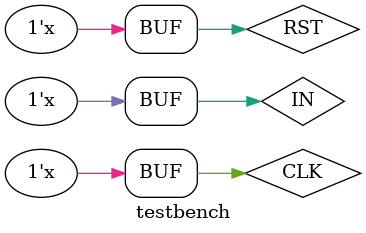
<source format=v>
module MealyFSM(input CLK, RST, IN, output OUT, output reg [1:0] STATE);
    reg [1:0] state, next_state;
    parameter S0 = 2'b00, S1 = 2'b01, S2 = 2'b10;

    //Sequential Register Logic 
    always @(posedge CLK, posedge RST)
        if(RST) begin
            state <= S0;
            STATE <= S0;
        end
        else begin
            state <= next_state;
            STATE <= next_state;
        end

    //Combinational Next-State Logic
    always @(*) 
        case(state)
            S0 : next_state = (IN) ? S2 : S1;
            S1 : next_state = (IN) ? S2 : S1;
            S2 : next_state = (IN) ? S2 : S1;
            default : next_state = S0;
        endcase

    //Combinational Output Logic
    assign OUT =  ((state == S1) && IN) || ((state == S2) && !IN); 

endmodule

`timescale 1ns/1ps
module testbench;
    reg CLK, RST, IN;
    wire out;
    wire [1:0] STATE;

    MealyFSM UUT(.CLK(CLK), .RST(RST), .IN(IN), .OUT(OUT), .STATE(STATE));
    

    always begin
    #20;
    CLK = ~CLK;
    end

    always begin 
    #80;
    IN = ~IN;    
    end 

    always begin
    #20;
    RST = ~RST;
    #30;
    RST = ~RST;
    #70;
    RST = ~RST;
    #90;
    RST = ~RST;
    end 


    initial
    begin
    $dumpfile ("FSM.vcd"); 
	$dumpvars(0, testbench);
    CLK = 0;
    RST = 0;
    IN = 0;
    end

endmodule

</source>
